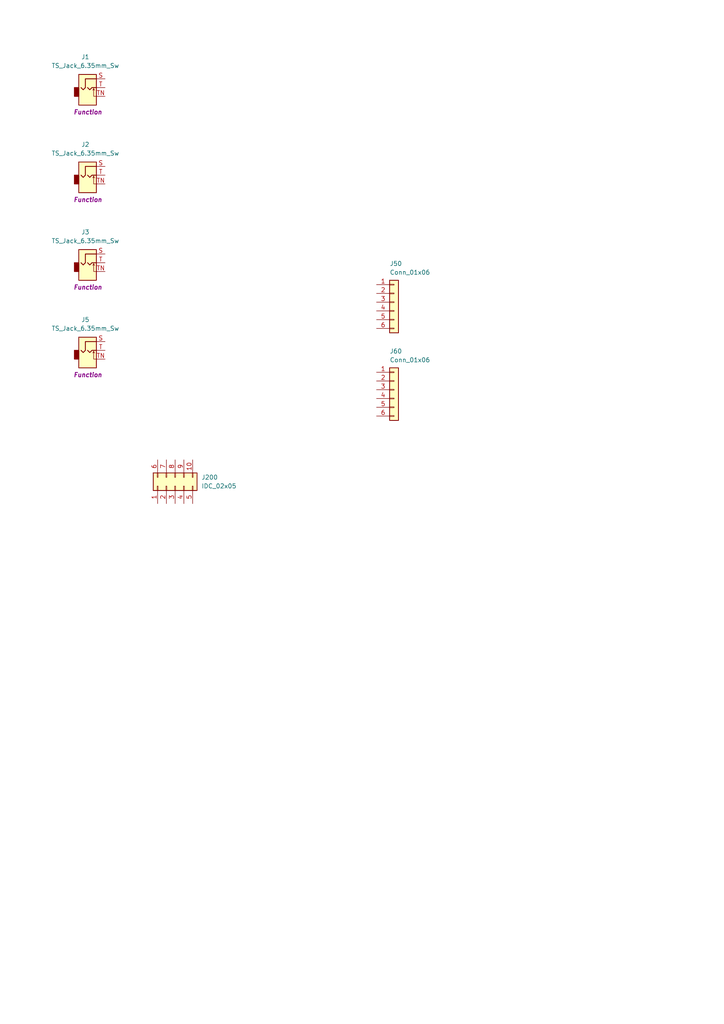
<source format=kicad_sch>
(kicad_sch (version 20231120) (generator "eeschema") (generator_version "8.0")
  (paper "A4" portrait)
  (title_block (company "DMH Instruments") (comment 1 "PCB for 10cm Kosmo format synthesizer module"))
  (lib_symbols
    (symbol "Connector_Generic:Conn_01x06" (pin_names (offset 1.016) hide)
      (property "Reference" "J" (at 0 7.62 0))
      (property "Value" "Conn_01x06" (at 0 -10.16 0))
      (symbol "Conn_01x06_1_1"
        (rectangle (start -1.27 -7.493) (end 0 -7.747) (stroke (width 0.1524)))
        (rectangle (start -1.27 -4.953) (end 0 -5.207) (stroke (width 0.1524)))
        (rectangle (start -1.27 -2.413) (end 0 -2.667) (stroke (width 0.1524)))
        (rectangle (start -1.27 0.127) (end 0 -0.127) (stroke (width 0.1524)))
        (rectangle (start -1.27 2.667) (end 0 2.413) (stroke (width 0.1524)))
        (rectangle (start -1.27 5.207) (end 0 4.953) (stroke (width 0.1524)))
        (rectangle (start -1.27 6.35) (end 1.27 -8.89) (stroke (width 0.254)) (fill (type background)))
        (pin passive line (at -5.08 5.08 0) (length 3.81) (name "Pin_1") (number "1"))
        (pin passive line (at -5.08 2.54 0) (length 3.81) (name "Pin_2") (number "2"))
        (pin passive line (at -5.08 0 0) (length 3.81) (name "Pin_3") (number "3"))
        (pin passive line (at -5.08 -2.54 0) (length 3.81) (name "Pin_4") (number "4"))
        (pin passive line (at -5.08 -5.08 0) (length 3.81) (name "Pin_5") (number "5"))
        (pin passive line (at -5.08 -7.62 0) (length 3.81) (name "Pin_6") (number "6"))
      )
    )
    (symbol "SynthStuff:BackBone_Connector_10Pin" (pin_names (offset 1.016) hide)
      (property "Reference" "J" (at 0 -10.922 0))
      (property "Value" "IDC_02x05" (at 0 -8.382 0))
      (symbol "BackBone_Connector_10Pin_1_1"
        (rectangle (start -2.54 -4.953) (end -1.27 -5.207) (stroke (width 0.1524)))
        (rectangle (start -2.54 -2.413) (end -1.27 -2.667) (stroke (width 0.1524)))
        (rectangle (start -2.54 0.127) (end -1.27 -0.127) (stroke (width 0.1524)))
        (rectangle (start -2.54 2.667) (end -1.27 2.413) (stroke (width 0.1524)))
        (rectangle (start -2.54 5.207) (end -1.27 4.953) (stroke (width 0.1524)))
        (rectangle (start -2.54 6.35) (end 2.54 -6.35) (stroke (width 0.254)) (fill (type background)))
        (rectangle (start 2.54 -4.953) (end 1.27 -5.207) (stroke (width 0.1524)))
        (rectangle (start 2.54 -2.413) (end 1.27 -2.667) (stroke (width 0.1524)))
        (rectangle (start 2.54 0.127) (end 1.27 -0.127) (stroke (width 0.1524)))
        (rectangle (start 2.54 2.667) (end 1.27 2.413) (stroke (width 0.1524)))
        (rectangle (start 2.54 5.207) (end 1.27 4.953) (stroke (width 0.1524)))
        (pin passive line (at -6.35 5.08 0) (length 3.81) (name "Pin_1") (number "1"))
        (pin passive line (at 6.35 -5.08 180) (length 3.81) (name "Pin_10") (number "10"))
        (pin passive line (at -6.35 2.54 0) (length 3.81) (name "Pin_2") (number "2"))
        (pin passive line (at -6.35 0 0) (length 3.81) (name "Pin_3") (number "3"))
        (pin passive line (at -6.35 -2.54 0) (length 3.81) (name "Pin_4") (number "4"))
        (pin passive line (at -6.35 -5.08 0) (length 3.81) (name "Pin_5") (number "5"))
        (pin passive line (at 6.35 5.08 180) (length 3.81) (name "Pin_6") (number "6"))
        (pin passive line (at 6.35 2.54 180) (length 3.81) (name "Pin_7") (number "7"))
        (pin passive line (at 6.35 0 180) (length 3.81) (name "Pin_8") (number "8"))
        (pin passive line (at 6.35 -2.54 180) (length 3.81) (name "Pin_9") (number "9"))
      )
    )
    (symbol "SynthStuff:TS_Jack_6.35mm_Sw"
      (property "Reference" "J" (at -0.635 8.89 0))
      (property "Value" "TS_Jack_6.35mm_Sw" (at -0.635 6.35 0))
      (symbol "TS_Jack_6.35mm_Sw_0_1"
        (rectangle (start -2.54 0) (end -3.81 -2.54) (stroke (width 0.254)) (fill (type outline)))
        (polyline (pts (xy 1.778 -0.254) (xy 2.032 -0.762)))
        (polyline (pts (xy 0 0) (xy 0.635 -0.635) (xy 1.27 0) (xy 2.54 0)) (stroke (width 0.254)))
        (polyline (pts (xy 2.54 -2.54) (xy 1.778 -2.54) (xy 1.778 -0.254) (xy 1.524 -0.762)))
        (polyline (pts (xy 2.54 2.54) (xy -0.635 2.54) (xy -0.635 0) (xy -1.27 -0.635) (xy -1.905 0)) (stroke (width 0.254)))
        (rectangle (start 2.54 3.81) (end -2.54 -5.08) (stroke (width 0.254)) (fill (type background)))
      )
      (symbol "TS_Jack_6.35mm_Sw_1_1"
        (pin passive line (at 5.08 2.54 180) (length 2.54) (name "~") (number "S"))
        (pin passive line (at 5.08 0 180) (length 2.54) (name "~") (number "T"))
        (pin passive line (at 5.08 -2.54 180) (length 2.54) (name "~") (number "TN"))
      )
    )
  )
  (symbol (lib_id "SynthStuff:TS_Jack_6.35mm_Sw") (at 25.4 101.6 0) (unit 1)
    (property "Reference" "J5" (at 24.765 92.71 0))
    (property "Value" "TS_Jack_6.35mm_Sw" (at 24.765 95.25 0))
    (property "Footprint" "SynthStuff:CUI_MJ-63052A" (effects (hide yes)))
    (property "Description" "Audio Jack, 2 Poles (Mono / TS), Switched T Pole (Normalling), 6.35mm, 1/4inch" (effects (hide yes)))
    (property "Function" "Function" (at 25.4 108.712 0) (effects (font (thickness 0.254) (bold yes) (italic yes))))
  )
  (symbol (lib_id "SynthStuff:BackBone_Connector_10Pin") (at 50.8 139.7 90) (unit 1)
    (property "Reference" "J200" (at 58.42 138.4299 90) (effects (justify right)))
    (property "Value" "IDC_02x05" (at 58.42 140.9699 90) (effects (justify right)))
    (property "Footprint" "SynthStuff:IDC-Header_2x05_P2.54mm_Vertical_BackBone" (effects (hide yes)))
    (property "Description" "IDC jack, 2x5 pins, row a carries same signals as row b." (effects (hide yes)))
  )
  (symbol (lib_id "SynthStuff:TS_Jack_6.35mm_Sw") (at 25.4 50.8 0) (unit 1)
    (property "Reference" "J2" (at 24.765 41.91 0))
    (property "Value" "TS_Jack_6.35mm_Sw" (at 24.765 44.45 0))
    (property "Footprint" "SynthStuff:CUI_MJ-63052A" (effects (hide yes)))
    (property "Description" "Audio Jack, 2 Poles (Mono / TS), Switched T Pole (Normalling), 6.35mm, 1/4inch" (effects (hide yes)))
    (property "Function" "Function" (at 25.4 57.912 0) (effects (font (thickness 0.254) (bold yes) (italic yes))))
  )
  (symbol (lib_id "Connector_Generic:Conn_01x06") (at 114.3 113.03 0) (unit 1)
    (property "Reference" "J60" (at 113.03 101.854 0) (effects (justify left)))
    (property "Value" "Conn_01x06" (at 113.03 104.394 0) (effects (justify left)))
    (property "Footprint" "Connector_PinSocket_2.54mm:PinSocket_1x06_P2.54mm_Vertical" (effects (hide yes)))
    (property "Description" "Generic connector, single row, 01x06, script generated (kicad-library-utils/schlib/autogen/connector/)" (effects (hide yes)))
  )
  (symbol (lib_id "SynthStuff:TS_Jack_6.35mm_Sw") (at 25.4 25.4 0) (unit 1)
    (property "Reference" "J1" (at 24.765 16.51 0))
    (property "Value" "TS_Jack_6.35mm_Sw" (at 24.765 19.05 0))
    (property "Footprint" "SynthStuff:CUI_MJ-63052A" (effects (hide yes)))
    (property "Description" "Audio Jack, 2 Poles (Mono / TS), Switched T Pole (Normalling), 6.35mm, 1/4inch" (effects (hide yes)))
    (property "Function" "Function" (at 25.4 32.512 0) (effects (font (thickness 0.254) (bold yes) (italic yes))))
  )
  (symbol (lib_id "Connector_Generic:Conn_01x06") (at 114.3 87.63 0) (unit 1)
    (property "Reference" "J50" (at 113.03 76.454 0) (effects (justify left)))
    (property "Value" "Conn_01x06" (at 113.03 78.994 0) (effects (justify left)))
    (property "Footprint" "Connector_PinSocket_2.54mm:PinSocket_1x06_P2.54mm_Vertical" (effects (hide yes)))
    (property "Description" "Generic connector, single row, 01x06, script generated (kicad-library-utils/schlib/autogen/connector/)" (effects (hide yes)))
  )
  (symbol (lib_id "SynthStuff:TS_Jack_6.35mm_Sw") (at 25.4 76.2 0) (unit 1)
    (property "Reference" "J3" (at 24.765 67.31 0))
    (property "Value" "TS_Jack_6.35mm_Sw" (at 24.765 69.85 0))
    (property "Footprint" "SynthStuff:CUI_MJ-63052A" (effects (hide yes)))
    (property "Description" "Audio Jack, 2 Poles (Mono / TS), Switched T Pole (Normalling), 6.35mm, 1/4inch" (effects (hide yes)))
    (property "Function" "Function" (at 25.4 83.312 0) (effects (font (thickness 0.254) (bold yes) (italic yes))))
  )
)
</source>
